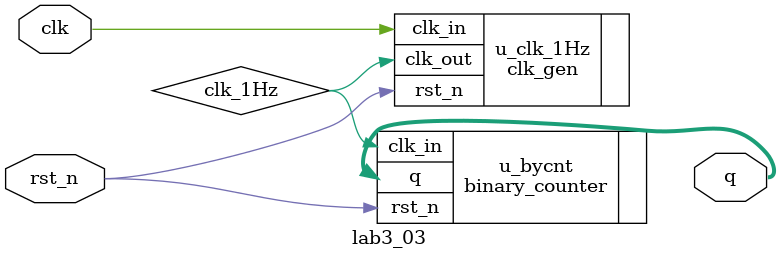
<source format=v>
module lab3_03
(
    input clk,
    input rst_n,

    output [3:0] q
);

localparam period_1Hz = 1;
localparam bit_num = 30;

wire clk_1Hz;

//1Hz clock generater
clk_gen 
#(
 .period(period_1Hz),
 .bit_num(bit_num)
)
u_clk_1Hz
(
  .clk_in(clk),
  .rst_n(rst_n),

  .clk_out(clk_1Hz)
);

//binary counter
binary_counter u_bycnt 
(
  .clk_in(clk_1Hz),
  .rst_n(rst_n),
  .q(q)
);
endmodule

</source>
